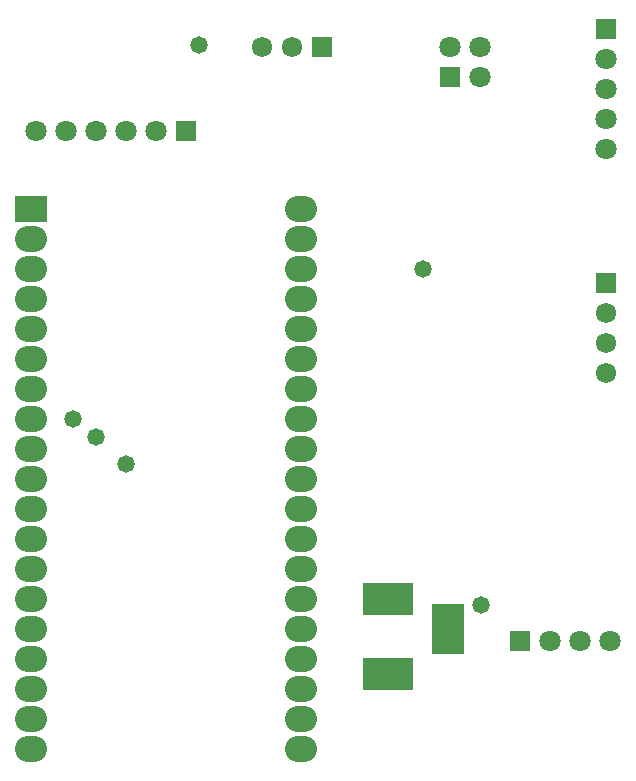
<source format=gbs>
G04*
G04 #@! TF.GenerationSoftware,Altium Limited,Altium Designer,24.4.1 (13)*
G04*
G04 Layer_Color=16711935*
%FSLAX25Y25*%
%MOIN*%
G70*
G04*
G04 #@! TF.SameCoordinates,97D1044A-C35F-4CB3-83FE-F4252C381A68*
G04*
G04*
G04 #@! TF.FilePolarity,Negative*
G04*
G01*
G75*
%ADD24R,0.10800X0.16800*%
%ADD25R,0.16800X0.10800*%
%ADD26R,0.06784X0.06784*%
%ADD27C,0.06784*%
%ADD28R,0.06784X0.06784*%
%ADD29C,0.07099*%
%ADD30R,0.07099X0.07099*%
%ADD31R,0.07099X0.07099*%
%ADD32O,0.10642X0.08674*%
%ADD33R,0.10642X0.08674*%
%ADD34C,0.05800*%
D24*
X147500Y51000D02*
D03*
D25*
X127500Y36000D02*
D03*
Y61000D02*
D03*
D26*
X200000Y166500D02*
D03*
D27*
Y156500D02*
D03*
Y146500D02*
D03*
Y136500D02*
D03*
X95500Y245000D02*
D03*
X85500D02*
D03*
D28*
X105500D02*
D03*
D29*
X200000Y211000D02*
D03*
Y221000D02*
D03*
Y231000D02*
D03*
Y241000D02*
D03*
X201500Y47000D02*
D03*
X191500D02*
D03*
X181500D02*
D03*
X10000Y217000D02*
D03*
X20000D02*
D03*
X30000D02*
D03*
X40000D02*
D03*
X50000D02*
D03*
X158000Y235000D02*
D03*
X148000Y245000D02*
D03*
X158000D02*
D03*
D30*
X200000Y251000D02*
D03*
D31*
X171500Y47000D02*
D03*
X60000Y217000D02*
D03*
X148000Y235000D02*
D03*
D32*
X98500Y71000D02*
D03*
Y91000D02*
D03*
Y101000D02*
D03*
Y81000D02*
D03*
Y11000D02*
D03*
Y51000D02*
D03*
Y31000D02*
D03*
Y61000D02*
D03*
Y41000D02*
D03*
Y21000D02*
D03*
X8500Y181000D02*
D03*
Y161000D02*
D03*
Y171000D02*
D03*
Y101000D02*
D03*
Y141000D02*
D03*
Y131000D02*
D03*
Y111000D02*
D03*
Y121000D02*
D03*
Y151000D02*
D03*
X98500Y111000D02*
D03*
Y191000D02*
D03*
Y181000D02*
D03*
Y171000D02*
D03*
Y161000D02*
D03*
Y151000D02*
D03*
Y141000D02*
D03*
Y131000D02*
D03*
Y121000D02*
D03*
X8500Y81000D02*
D03*
Y11000D02*
D03*
Y21000D02*
D03*
Y31000D02*
D03*
Y41000D02*
D03*
Y51000D02*
D03*
Y61000D02*
D03*
Y71000D02*
D03*
Y91000D02*
D03*
D33*
Y191000D02*
D03*
D34*
X158500Y59000D02*
D03*
X64500Y245700D02*
D03*
X22400Y121000D02*
D03*
X30000Y115100D02*
D03*
X139000Y171000D02*
D03*
X40000Y106200D02*
D03*
M02*

</source>
